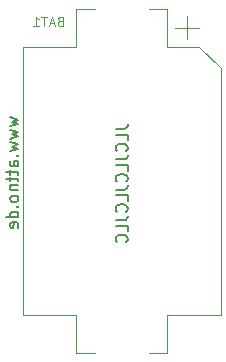
<source format=gbo>
G04 #@! TF.GenerationSoftware,KiCad,Pcbnew,5.1.9*
G04 #@! TF.CreationDate,2021-03-12T19:02:00+01:00*
G04 #@! TF.ProjectId,LORA_ATTINY84,4c4f5241-5f41-4545-9449-4e5938342e6b,rev?*
G04 #@! TF.SameCoordinates,Original*
G04 #@! TF.FileFunction,Legend,Bot*
G04 #@! TF.FilePolarity,Positive*
%FSLAX46Y46*%
G04 Gerber Fmt 4.6, Leading zero omitted, Abs format (unit mm)*
G04 Created by KiCad (PCBNEW 5.1.9) date 2021-03-12 19:02:00*
%MOMM*%
%LPD*%
G01*
G04 APERTURE LIST*
%ADD10C,0.150000*%
%ADD11C,0.120000*%
%ADD12C,0.100000*%
%ADD13O,1.802000X1.802000*%
G04 APERTURE END LIST*
D10*
X67603714Y-57515714D02*
X68270380Y-57706190D01*
X67794190Y-57896666D01*
X68270380Y-58087142D01*
X67603714Y-58277619D01*
X67603714Y-58563333D02*
X68270380Y-58753809D01*
X67794190Y-58944285D01*
X68270380Y-59134761D01*
X67603714Y-59325238D01*
X67603714Y-59610952D02*
X68270380Y-59801428D01*
X67794190Y-59991904D01*
X68270380Y-60182380D01*
X67603714Y-60372857D01*
X68175142Y-60753809D02*
X68222761Y-60801428D01*
X68270380Y-60753809D01*
X68222761Y-60706190D01*
X68175142Y-60753809D01*
X68270380Y-60753809D01*
X68270380Y-61658571D02*
X67746571Y-61658571D01*
X67651333Y-61610952D01*
X67603714Y-61515714D01*
X67603714Y-61325238D01*
X67651333Y-61230000D01*
X68222761Y-61658571D02*
X68270380Y-61563333D01*
X68270380Y-61325238D01*
X68222761Y-61230000D01*
X68127523Y-61182380D01*
X68032285Y-61182380D01*
X67937047Y-61230000D01*
X67889428Y-61325238D01*
X67889428Y-61563333D01*
X67841809Y-61658571D01*
X67603714Y-61991904D02*
X67603714Y-62372857D01*
X67270380Y-62134761D02*
X68127523Y-62134761D01*
X68222761Y-62182380D01*
X68270380Y-62277619D01*
X68270380Y-62372857D01*
X67603714Y-62563333D02*
X67603714Y-62944285D01*
X67270380Y-62706190D02*
X68127523Y-62706190D01*
X68222761Y-62753809D01*
X68270380Y-62849047D01*
X68270380Y-62944285D01*
X67603714Y-63277619D02*
X68270380Y-63277619D01*
X67698952Y-63277619D02*
X67651333Y-63325238D01*
X67603714Y-63420476D01*
X67603714Y-63563333D01*
X67651333Y-63658571D01*
X67746571Y-63706190D01*
X68270380Y-63706190D01*
X68270380Y-64325238D02*
X68222761Y-64230000D01*
X68175142Y-64182380D01*
X68079904Y-64134761D01*
X67794190Y-64134761D01*
X67698952Y-64182380D01*
X67651333Y-64230000D01*
X67603714Y-64325238D01*
X67603714Y-64468095D01*
X67651333Y-64563333D01*
X67698952Y-64610952D01*
X67794190Y-64658571D01*
X68079904Y-64658571D01*
X68175142Y-64610952D01*
X68222761Y-64563333D01*
X68270380Y-64468095D01*
X68270380Y-64325238D01*
X68175142Y-65087142D02*
X68222761Y-65134761D01*
X68270380Y-65087142D01*
X68222761Y-65039523D01*
X68175142Y-65087142D01*
X68270380Y-65087142D01*
X68270380Y-65991904D02*
X67270380Y-65991904D01*
X68222761Y-65991904D02*
X68270380Y-65896666D01*
X68270380Y-65706190D01*
X68222761Y-65610952D01*
X68175142Y-65563333D01*
X68079904Y-65515714D01*
X67794190Y-65515714D01*
X67698952Y-65563333D01*
X67651333Y-65610952D01*
X67603714Y-65706190D01*
X67603714Y-65896666D01*
X67651333Y-65991904D01*
X68222761Y-66849047D02*
X68270380Y-66753809D01*
X68270380Y-66563333D01*
X68222761Y-66468095D01*
X68127523Y-66420476D01*
X67746571Y-66420476D01*
X67651333Y-66468095D01*
X67603714Y-66563333D01*
X67603714Y-66753809D01*
X67651333Y-66849047D01*
X67746571Y-66896666D01*
X67841809Y-66896666D01*
X67937047Y-66420476D01*
X76541380Y-58499952D02*
X77255666Y-58499952D01*
X77398523Y-58452333D01*
X77493761Y-58357095D01*
X77541380Y-58214238D01*
X77541380Y-58119000D01*
X77541380Y-59452333D02*
X77541380Y-58976142D01*
X76541380Y-58976142D01*
X77446142Y-60357095D02*
X77493761Y-60309476D01*
X77541380Y-60166619D01*
X77541380Y-60071380D01*
X77493761Y-59928523D01*
X77398523Y-59833285D01*
X77303285Y-59785666D01*
X77112809Y-59738047D01*
X76969952Y-59738047D01*
X76779476Y-59785666D01*
X76684238Y-59833285D01*
X76589000Y-59928523D01*
X76541380Y-60071380D01*
X76541380Y-60166619D01*
X76589000Y-60309476D01*
X76636619Y-60357095D01*
X76541380Y-61071380D02*
X77255666Y-61071380D01*
X77398523Y-61023761D01*
X77493761Y-60928523D01*
X77541380Y-60785666D01*
X77541380Y-60690428D01*
X77541380Y-62023761D02*
X77541380Y-61547571D01*
X76541380Y-61547571D01*
X77446142Y-62928523D02*
X77493761Y-62880904D01*
X77541380Y-62738047D01*
X77541380Y-62642809D01*
X77493761Y-62499952D01*
X77398523Y-62404714D01*
X77303285Y-62357095D01*
X77112809Y-62309476D01*
X76969952Y-62309476D01*
X76779476Y-62357095D01*
X76684238Y-62404714D01*
X76589000Y-62499952D01*
X76541380Y-62642809D01*
X76541380Y-62738047D01*
X76589000Y-62880904D01*
X76636619Y-62928523D01*
X76541380Y-63642809D02*
X77255666Y-63642809D01*
X77398523Y-63595190D01*
X77493761Y-63499952D01*
X77541380Y-63357095D01*
X77541380Y-63261857D01*
X77541380Y-64595190D02*
X77541380Y-64119000D01*
X76541380Y-64119000D01*
X77446142Y-65499952D02*
X77493761Y-65452333D01*
X77541380Y-65309476D01*
X77541380Y-65214238D01*
X77493761Y-65071380D01*
X77398523Y-64976142D01*
X77303285Y-64928523D01*
X77112809Y-64880904D01*
X76969952Y-64880904D01*
X76779476Y-64928523D01*
X76684238Y-64976142D01*
X76589000Y-65071380D01*
X76541380Y-65214238D01*
X76541380Y-65309476D01*
X76589000Y-65452333D01*
X76636619Y-65499952D01*
X76541380Y-66214238D02*
X77255666Y-66214238D01*
X77398523Y-66166619D01*
X77493761Y-66071380D01*
X77541380Y-65928523D01*
X77541380Y-65833285D01*
X77541380Y-67166619D02*
X77541380Y-66690428D01*
X76541380Y-66690428D01*
X77446142Y-68071380D02*
X77493761Y-68023761D01*
X77541380Y-67880904D01*
X77541380Y-67785666D01*
X77493761Y-67642809D01*
X77398523Y-67547571D01*
X77303285Y-67499952D01*
X77112809Y-67452333D01*
X76969952Y-67452333D01*
X76779476Y-67499952D01*
X76684238Y-67547571D01*
X76589000Y-67642809D01*
X76541380Y-67785666D01*
X76541380Y-67880904D01*
X76589000Y-68023761D01*
X76636619Y-68071380D01*
D11*
X82610960Y-50905160D02*
X82610960Y-48905160D01*
X81591400Y-49916080D02*
X83591400Y-49916080D01*
X68713600Y-74240400D02*
X73213600Y-74240400D01*
X68713600Y-51540400D02*
X73213600Y-51540400D01*
X68713600Y-51540400D02*
X68713600Y-74240400D01*
X73213600Y-77440400D02*
X74763600Y-77440400D01*
X73213600Y-74240400D02*
X73213600Y-77440400D01*
X73213600Y-48340400D02*
X74763600Y-48340400D01*
X73213600Y-51540400D02*
X73213600Y-48340400D01*
X80913600Y-48340400D02*
X79363600Y-48340400D01*
X80913600Y-51540400D02*
X80913600Y-48340400D01*
X85413600Y-53340400D02*
X83613600Y-51540400D01*
X83613600Y-51540400D02*
X80913600Y-51540400D01*
X85413600Y-74240400D02*
X85413600Y-53340400D01*
X85413600Y-74240400D02*
X80913600Y-74240400D01*
X80913600Y-77440400D02*
X79363600Y-77440400D01*
X80913600Y-74240400D02*
X80913600Y-77440400D01*
D12*
X71812028Y-49371257D02*
X71697742Y-49409352D01*
X71659647Y-49447447D01*
X71621552Y-49523638D01*
X71621552Y-49637923D01*
X71659647Y-49714114D01*
X71697742Y-49752209D01*
X71773933Y-49790304D01*
X72078695Y-49790304D01*
X72078695Y-48990304D01*
X71812028Y-48990304D01*
X71735838Y-49028400D01*
X71697742Y-49066495D01*
X71659647Y-49142685D01*
X71659647Y-49218876D01*
X71697742Y-49295066D01*
X71735838Y-49333161D01*
X71812028Y-49371257D01*
X72078695Y-49371257D01*
X71316790Y-49561733D02*
X70935838Y-49561733D01*
X71392980Y-49790304D02*
X71126314Y-48990304D01*
X70859647Y-49790304D01*
X70707266Y-48990304D02*
X70250123Y-48990304D01*
X70478695Y-49790304D02*
X70478695Y-48990304D01*
X69564409Y-49790304D02*
X70021552Y-49790304D01*
X69792980Y-49790304D02*
X69792980Y-48990304D01*
X69869171Y-49104590D01*
X69945361Y-49180780D01*
X70021552Y-49218876D01*
%LPC*%
G36*
G01*
X87436200Y-79383601D02*
X87436200Y-77283599D01*
G75*
G02*
X87487199Y-77232600I50999J0D01*
G01*
X88687201Y-77232600D01*
G75*
G02*
X88738200Y-77283599I0J-50999D01*
G01*
X88738200Y-79383601D01*
G75*
G02*
X88687201Y-79434600I-50999J0D01*
G01*
X87487199Y-79434600D01*
G75*
G02*
X87436200Y-79383601I0J50999D01*
G01*
G37*
G36*
G01*
X90186200Y-79443000D02*
X90186200Y-75243000D01*
G75*
G02*
X90237200Y-75192000I51000J0D01*
G01*
X91587200Y-75192000D01*
G75*
G02*
X91638200Y-75243000I0J-51000D01*
G01*
X91638200Y-79443000D01*
G75*
G02*
X91587200Y-79494000I-51000J0D01*
G01*
X90237200Y-79494000D01*
G75*
G02*
X90186200Y-79443000I0J51000D01*
G01*
G37*
G36*
G01*
X84536200Y-79443000D02*
X84536200Y-75243000D01*
G75*
G02*
X84587200Y-75192000I51000J0D01*
G01*
X85937200Y-75192000D01*
G75*
G02*
X85988200Y-75243000I0J-51000D01*
G01*
X85988200Y-79443000D01*
G75*
G02*
X85937200Y-79494000I-51000J0D01*
G01*
X84587200Y-79494000D01*
G75*
G02*
X84536200Y-79443000I0J51000D01*
G01*
G37*
G36*
G01*
X78863600Y-54045400D02*
X75263600Y-54045400D01*
G75*
G02*
X75212600Y-53994400I0J51000D01*
G01*
X75212600Y-46894400D01*
G75*
G02*
X75263600Y-46843400I51000J0D01*
G01*
X78863600Y-46843400D01*
G75*
G02*
X78914600Y-46894400I0J-51000D01*
G01*
X78914600Y-53994400D01*
G75*
G02*
X78863600Y-54045400I-51000J0D01*
G01*
G37*
G36*
G01*
X78863600Y-78937400D02*
X75263600Y-78937400D01*
G75*
G02*
X75212600Y-78886400I0J51000D01*
G01*
X75212600Y-71786400D01*
G75*
G02*
X75263600Y-71735400I51000J0D01*
G01*
X78863600Y-71735400D01*
G75*
G02*
X78914600Y-71786400I0J-51000D01*
G01*
X78914600Y-78886400D01*
G75*
G02*
X78863600Y-78937400I-51000J0D01*
G01*
G37*
D13*
X84378800Y-50596800D03*
X84378800Y-48056800D03*
X86918800Y-50596800D03*
X86918800Y-48056800D03*
X89458800Y-50596800D03*
G36*
G01*
X88608800Y-47155800D02*
X90308800Y-47155800D01*
G75*
G02*
X90359800Y-47206800I0J-51000D01*
G01*
X90359800Y-48906800D01*
G75*
G02*
X90308800Y-48957800I-51000J0D01*
G01*
X88608800Y-48957800D01*
G75*
G02*
X88557800Y-48906800I0J51000D01*
G01*
X88557800Y-47206800D01*
G75*
G02*
X88608800Y-47155800I51000J0D01*
G01*
G37*
X89458800Y-54381400D03*
X89458800Y-56921400D03*
X89458800Y-59461400D03*
X89458800Y-62001400D03*
X89458800Y-64541400D03*
X89458800Y-67081400D03*
X89458800Y-69621400D03*
G36*
G01*
X90359800Y-71311400D02*
X90359800Y-73011400D01*
G75*
G02*
X90308800Y-73062400I-51000J0D01*
G01*
X88608800Y-73062400D01*
G75*
G02*
X88557800Y-73011400I0J51000D01*
G01*
X88557800Y-71311400D01*
G75*
G02*
X88608800Y-71260400I51000J0D01*
G01*
X90308800Y-71260400D01*
G75*
G02*
X90359800Y-71311400I0J-51000D01*
G01*
G37*
M02*

</source>
